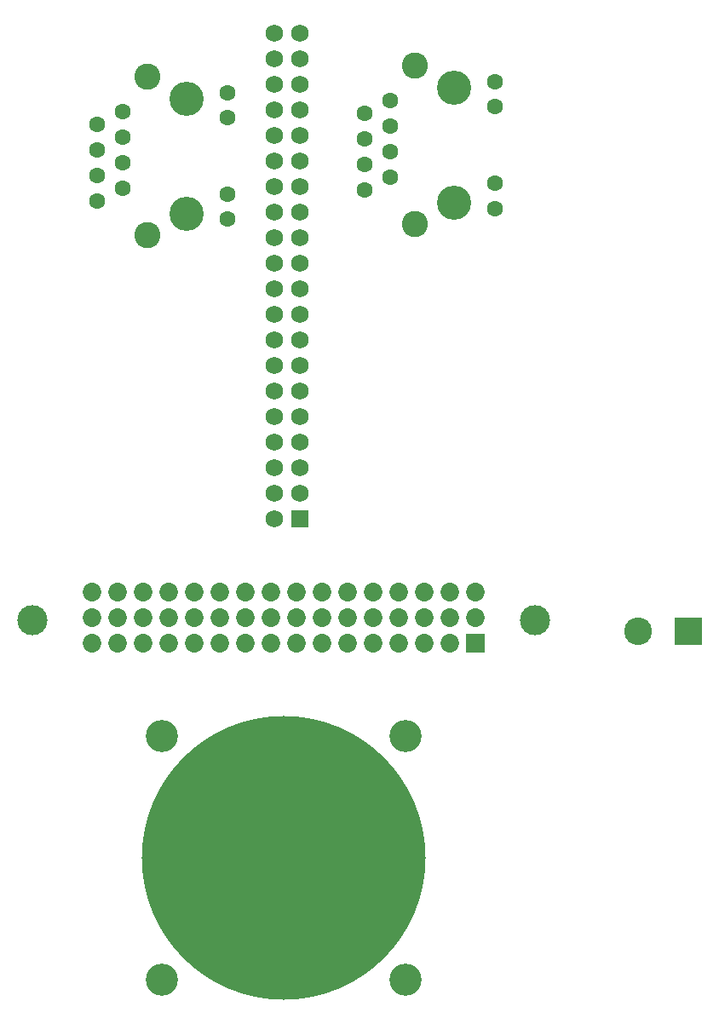
<source format=gbs>
G04*
G04 #@! TF.GenerationSoftware,Altium Limited,Altium Designer,25.5.2 (35)*
G04*
G04 Layer_Color=16711935*
%FSLAX44Y44*%
%MOMM*%
G71*
G04*
G04 #@! TF.SameCoordinates,6D0A5FB9-7A0B-416B-8CE8-3BB7AE90C988*
G04*
G04*
G04 #@! TF.FilePolarity,Negative*
G04*
G01*
G75*
%ADD35C,1.8532*%
%ADD36C,3.0000*%
%ADD37R,1.8532X1.8532*%
%ADD38C,2.7532*%
%ADD39C,1.7332*%
%ADD40C,1.6032*%
%ADD41C,3.4000*%
%ADD42C,2.6032*%
%ADD43R,1.7332X1.7332*%
%ADD44R,2.7532X2.7532*%
%ADD45C,3.2000*%
%ADD46C,28.2000*%
D35*
X364960Y393600D02*
D03*
X339560Y444400D02*
D03*
X364960D02*
D03*
X441160Y419000D02*
D03*
X466560D02*
D03*
X441160Y444400D02*
D03*
X466560D02*
D03*
X491960D02*
D03*
Y419000D02*
D03*
X517360D02*
D03*
X339560Y393600D02*
D03*
X441160D02*
D03*
X466560D02*
D03*
X491960D02*
D03*
X517360D02*
D03*
X542760D02*
D03*
X568160D02*
D03*
X593560D02*
D03*
X618960D02*
D03*
X644360D02*
D03*
X669760D02*
D03*
X695160D02*
D03*
X542760Y419000D02*
D03*
X390360Y444400D02*
D03*
X415760D02*
D03*
X390360Y419000D02*
D03*
X415760D02*
D03*
X390360Y393600D02*
D03*
X415760D02*
D03*
X568160Y419000D02*
D03*
X644360D02*
D03*
X669760D02*
D03*
X695160D02*
D03*
X720560D02*
D03*
X593560D02*
D03*
X618960D02*
D03*
X720560Y444400D02*
D03*
X695160D02*
D03*
X669760D02*
D03*
X644360D02*
D03*
X618960D02*
D03*
X593560D02*
D03*
X568160D02*
D03*
X542760D02*
D03*
X517360D02*
D03*
X364960Y419000D02*
D03*
X339560D02*
D03*
D36*
X780060Y416000D02*
D03*
X280060D02*
D03*
D37*
X720560Y393600D02*
D03*
D38*
X882000Y404830D02*
D03*
D39*
X520250Y644250D02*
D03*
Y669650D02*
D03*
Y695050D02*
D03*
Y720450D02*
D03*
Y745850D02*
D03*
Y771250D02*
D03*
Y796650D02*
D03*
Y822050D02*
D03*
Y847450D02*
D03*
X545650Y898250D02*
D03*
X520250Y923650D02*
D03*
X545650Y568050D02*
D03*
Y593450D02*
D03*
X520250Y542650D02*
D03*
Y568050D02*
D03*
Y593450D02*
D03*
X545650Y542650D02*
D03*
X520250Y517250D02*
D03*
X545650Y999850D02*
D03*
Y974450D02*
D03*
Y949050D02*
D03*
X520250Y999850D02*
D03*
Y974450D02*
D03*
Y949050D02*
D03*
X545650Y822050D02*
D03*
Y644250D02*
D03*
Y745850D02*
D03*
X520250Y898250D02*
D03*
X545650Y618850D02*
D03*
Y669650D02*
D03*
Y923650D02*
D03*
Y847450D02*
D03*
Y771250D02*
D03*
Y695050D02*
D03*
Y796650D02*
D03*
X520250Y618850D02*
D03*
X545650Y720450D02*
D03*
X520250Y872850D02*
D03*
X545650D02*
D03*
D40*
X610350Y843900D02*
D03*
X635750Y856600D02*
D03*
X740350Y951350D02*
D03*
Y926450D02*
D03*
Y850250D02*
D03*
Y825350D02*
D03*
X610350Y869300D02*
D03*
X635750Y907400D02*
D03*
X610350Y920100D02*
D03*
X635750Y932800D02*
D03*
X610350Y894700D02*
D03*
X635750Y882000D02*
D03*
X474170Y940570D02*
D03*
Y915670D02*
D03*
Y839470D02*
D03*
Y814570D02*
D03*
X344170Y833120D02*
D03*
X369570Y845820D02*
D03*
X344170Y858520D02*
D03*
X369570Y871220D02*
D03*
X344170Y883920D02*
D03*
X369570Y896620D02*
D03*
X344170Y909320D02*
D03*
X369570Y922020D02*
D03*
D41*
X699250Y831200D02*
D03*
Y945500D02*
D03*
X433070Y820420D02*
D03*
Y934720D02*
D03*
D42*
X660750Y809600D02*
D03*
Y967100D02*
D03*
X394570Y798820D02*
D03*
Y956320D02*
D03*
D43*
X545650Y517250D02*
D03*
D44*
X932000Y404830D02*
D03*
D45*
X651310Y58810D02*
D03*
Y301310D02*
D03*
X408810D02*
D03*
Y58810D02*
D03*
D46*
X530060Y180060D02*
D03*
M02*

</source>
